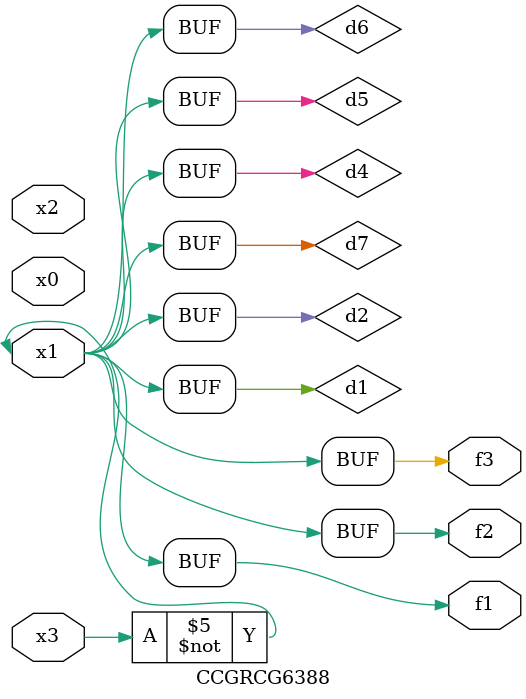
<source format=v>
module CCGRCG6388(
	input x0, x1, x2, x3,
	output f1, f2, f3
);

	wire d1, d2, d3, d4, d5, d6, d7;

	not (d1, x3);
	buf (d2, x1);
	xnor (d3, d1, d2);
	nor (d4, d1);
	buf (d5, d1, d2);
	buf (d6, d4, d5);
	nand (d7, d4);
	assign f1 = d6;
	assign f2 = d7;
	assign f3 = d6;
endmodule

</source>
